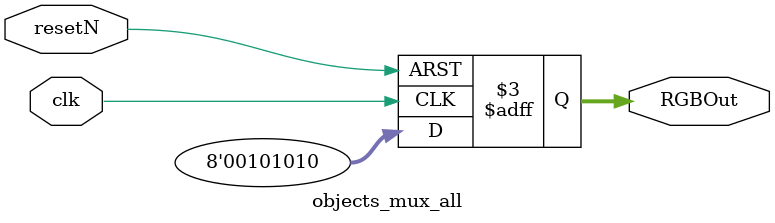
<source format=sv>


//-- Eyal Lev 31 Jan 2021

module	objects_mux_all	(	
//		--------	Clock Input	 	
					input		logic	clk,
					input		logic	resetN,
		   // smiley 
		  // add the box here
		  ////////////////////////
		  // background 
				   output	logic	[7:0] RGBOut
);

always_ff@(posedge clk or negedge resetN)
begin
	if(!resetN) begin
			RGBOut	<= 8'b0;
	end
	
	else begin
			RGBOut	<= 8'b0010_1010;
	end
end

endmodule



</source>
